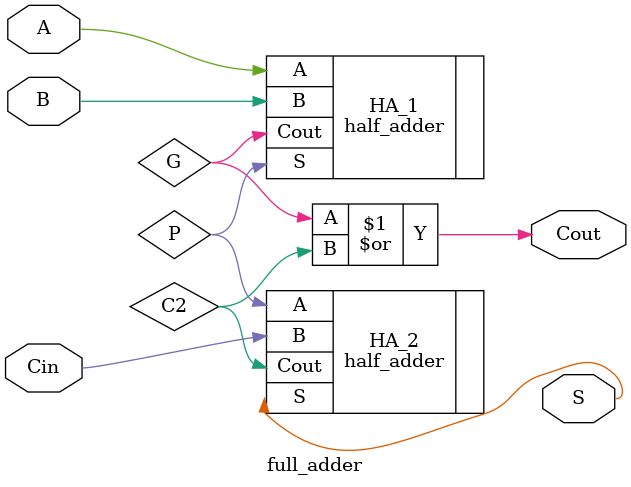
<source format=v>
`include "half_adder.v"

module full_adder (
    input A,
    input B,
    input Cin,

    output Cout,
    output S
);

    wire P;
    wire G;
    wire C2;

    half_adder HA_1 (
        .A(A),
        .B(B),

        .Cout(G),
        .S(P)
    );

    half_adder HA_2 (
        .A(P),
        .B(Cin),

        .Cout(C2),
        .S(S)
    );

    assign Cout = G | C2;

endmodule
</source>
